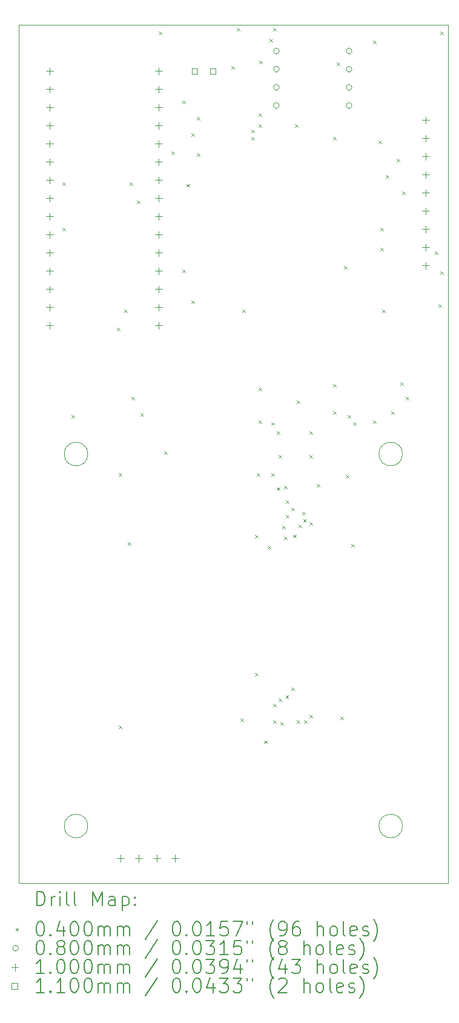
<source format=gbr>
%TF.GenerationSoftware,KiCad,Pcbnew,(6.0.11)*%
%TF.CreationDate,2023-06-04T21:12:27-05:00*%
%TF.ProjectId,Payload-Easy,5061796c-6f61-4642-9d45-6173792e6b69,1*%
%TF.SameCoordinates,Original*%
%TF.FileFunction,Drillmap*%
%TF.FilePolarity,Positive*%
%FSLAX45Y45*%
G04 Gerber Fmt 4.5, Leading zero omitted, Abs format (unit mm)*
G04 Created by KiCad (PCBNEW (6.0.11)) date 2023-06-04 21:12:27*
%MOMM*%
%LPD*%
G01*
G04 APERTURE LIST*
%ADD10C,0.100000*%
%ADD11C,0.200000*%
%ADD12C,0.040000*%
%ADD13C,0.080000*%
%ADD14C,0.110000*%
G04 APERTURE END LIST*
D10*
X16365000Y-10000000D02*
G75*
G03*
X16365000Y-10000000I-165000J0D01*
G01*
X16365000Y-15200000D02*
G75*
G03*
X16365000Y-15200000I-165000J0D01*
G01*
X11000000Y-4000000D02*
X17000000Y-4000000D01*
X17000000Y-4000000D02*
X17000000Y-16000000D01*
X17000000Y-16000000D02*
X11000000Y-16000000D01*
X11000000Y-16000000D02*
X11000000Y-4000000D01*
X11965000Y-15200000D02*
G75*
G03*
X11965000Y-15200000I-165000J0D01*
G01*
X11965000Y-10000000D02*
G75*
G03*
X11965000Y-10000000I-165000J0D01*
G01*
D11*
D12*
X11613200Y-6203000D02*
X11653200Y-6243000D01*
X11653200Y-6203000D02*
X11613200Y-6243000D01*
X11613200Y-6838000D02*
X11653200Y-6878000D01*
X11653200Y-6838000D02*
X11613200Y-6878000D01*
X11740200Y-9454200D02*
X11780200Y-9494200D01*
X11780200Y-9454200D02*
X11740200Y-9494200D01*
X12375200Y-8235000D02*
X12415200Y-8275000D01*
X12415200Y-8235000D02*
X12375200Y-8275000D01*
X12400600Y-10267000D02*
X12440600Y-10307000D01*
X12440600Y-10267000D02*
X12400600Y-10307000D01*
X12400600Y-13797600D02*
X12440600Y-13837600D01*
X12440600Y-13797600D02*
X12400600Y-13837600D01*
X12476800Y-7981000D02*
X12516800Y-8021000D01*
X12516800Y-7981000D02*
X12476800Y-8021000D01*
X12527600Y-11232200D02*
X12567600Y-11272200D01*
X12567600Y-11232200D02*
X12527600Y-11272200D01*
X12553000Y-6203000D02*
X12593000Y-6243000D01*
X12593000Y-6203000D02*
X12553000Y-6243000D01*
X12578400Y-9200200D02*
X12618400Y-9240200D01*
X12618400Y-9200200D02*
X12578400Y-9240200D01*
X12654600Y-6457000D02*
X12694600Y-6497000D01*
X12694600Y-6457000D02*
X12654600Y-6497000D01*
X12705400Y-9428800D02*
X12745400Y-9468800D01*
X12745400Y-9428800D02*
X12705400Y-9468800D01*
X12959400Y-4094800D02*
X12999400Y-4134800D01*
X12999400Y-4094800D02*
X12959400Y-4134800D01*
X13035600Y-9962200D02*
X13075600Y-10002200D01*
X13075600Y-9962200D02*
X13035600Y-10002200D01*
X13137200Y-5771200D02*
X13177200Y-5811200D01*
X13177200Y-5771200D02*
X13137200Y-5811200D01*
X13289600Y-5060000D02*
X13329600Y-5100000D01*
X13329600Y-5060000D02*
X13289600Y-5100000D01*
X13289600Y-7422200D02*
X13329600Y-7462200D01*
X13329600Y-7422200D02*
X13289600Y-7462200D01*
X13344149Y-6224651D02*
X13384149Y-6264651D01*
X13384149Y-6224651D02*
X13344149Y-6264651D01*
X13416600Y-5517200D02*
X13456600Y-5557200D01*
X13456600Y-5517200D02*
X13416600Y-5557200D01*
X13416600Y-7854000D02*
X13456600Y-7894000D01*
X13456600Y-7854000D02*
X13416600Y-7894000D01*
X13492350Y-5288600D02*
X13532350Y-5328600D01*
X13532350Y-5288600D02*
X13492350Y-5328600D01*
X13492350Y-5796600D02*
X13532350Y-5836600D01*
X13532350Y-5796600D02*
X13492350Y-5836600D01*
X13975400Y-4577400D02*
X14015400Y-4617400D01*
X14015400Y-4577400D02*
X13975400Y-4617400D01*
X14051600Y-4044000D02*
X14091600Y-4084000D01*
X14091600Y-4044000D02*
X14051600Y-4084000D01*
X14102400Y-13696000D02*
X14142400Y-13736000D01*
X14142400Y-13696000D02*
X14102400Y-13736000D01*
X14127800Y-7981000D02*
X14167800Y-8021000D01*
X14167800Y-7981000D02*
X14127800Y-8021000D01*
X14254350Y-5466400D02*
X14294350Y-5506400D01*
X14294350Y-5466400D02*
X14254350Y-5506400D01*
X14254350Y-5568000D02*
X14294350Y-5608000D01*
X14294350Y-5568000D02*
X14254350Y-5608000D01*
X14305600Y-11130600D02*
X14345600Y-11170600D01*
X14345600Y-11130600D02*
X14305600Y-11170600D01*
X14305600Y-13061000D02*
X14345600Y-13101000D01*
X14345600Y-13061000D02*
X14305600Y-13101000D01*
X14331000Y-10267000D02*
X14371000Y-10307000D01*
X14371000Y-10267000D02*
X14331000Y-10307000D01*
X14355950Y-5237800D02*
X14395950Y-5277800D01*
X14395950Y-5237800D02*
X14355950Y-5277800D01*
X14356400Y-5390200D02*
X14396400Y-5430200D01*
X14396400Y-5390200D02*
X14356400Y-5430200D01*
X14356400Y-9073200D02*
X14396400Y-9113200D01*
X14396400Y-9073200D02*
X14356400Y-9113200D01*
X14356400Y-9530400D02*
X14396400Y-9570400D01*
X14396400Y-9530400D02*
X14356400Y-9570400D01*
X14359700Y-4501200D02*
X14399700Y-4541200D01*
X14399700Y-4501200D02*
X14359700Y-4541200D01*
X14431032Y-14006512D02*
X14471032Y-14046512D01*
X14471032Y-14006512D02*
X14431032Y-14046512D01*
X14483400Y-11283000D02*
X14523400Y-11323000D01*
X14523400Y-11283000D02*
X14483400Y-11323000D01*
X14508350Y-4196400D02*
X14548350Y-4236400D01*
X14548350Y-4196400D02*
X14508350Y-4236400D01*
X14534200Y-9555800D02*
X14574200Y-9595800D01*
X14574200Y-9555800D02*
X14534200Y-9595800D01*
X14534200Y-10267000D02*
X14574200Y-10307000D01*
X14574200Y-10267000D02*
X14534200Y-10307000D01*
X14559600Y-4044000D02*
X14599600Y-4084000D01*
X14599600Y-4044000D02*
X14559600Y-4084000D01*
X14559600Y-13492800D02*
X14599600Y-13532800D01*
X14599600Y-13492800D02*
X14559600Y-13532800D01*
X14559600Y-13721400D02*
X14599600Y-13761400D01*
X14599600Y-13721400D02*
X14559600Y-13761400D01*
X14610400Y-9682800D02*
X14650400Y-9722800D01*
X14650400Y-9682800D02*
X14610400Y-9722800D01*
X14610400Y-10466498D02*
X14650400Y-10506498D01*
X14650400Y-10466498D02*
X14610400Y-10506498D01*
X14635800Y-10013000D02*
X14675800Y-10053000D01*
X14675800Y-10013000D02*
X14635800Y-10053000D01*
X14635800Y-13416600D02*
X14675800Y-13456600D01*
X14675800Y-13416600D02*
X14635800Y-13456600D01*
X14661200Y-13746800D02*
X14701200Y-13786800D01*
X14701200Y-13746800D02*
X14661200Y-13786800D01*
X14686600Y-11003600D02*
X14726600Y-11043600D01*
X14726600Y-11003600D02*
X14686600Y-11043600D01*
X14712000Y-10444800D02*
X14752000Y-10484800D01*
X14752000Y-10444800D02*
X14712000Y-10484800D01*
X14712000Y-11156000D02*
X14752000Y-11196000D01*
X14752000Y-11156000D02*
X14712000Y-11196000D01*
X14730399Y-13377199D02*
X14770399Y-13417199D01*
X14770399Y-13377199D02*
X14730399Y-13417199D01*
X14737400Y-10648000D02*
X14777400Y-10688000D01*
X14777400Y-10648000D02*
X14737400Y-10688000D01*
X14737400Y-10851200D02*
X14777400Y-10891200D01*
X14777400Y-10851200D02*
X14737400Y-10891200D01*
X14813600Y-10749600D02*
X14853600Y-10789600D01*
X14853600Y-10749600D02*
X14813600Y-10789600D01*
X14813600Y-13264200D02*
X14853600Y-13304200D01*
X14853600Y-13264200D02*
X14813600Y-13304200D01*
X14839000Y-11126850D02*
X14879000Y-11166850D01*
X14879000Y-11126850D02*
X14839000Y-11166850D01*
X14864400Y-5390200D02*
X14904400Y-5430200D01*
X14904400Y-5390200D02*
X14864400Y-5430200D01*
X14889800Y-9251000D02*
X14929800Y-9291000D01*
X14929800Y-9251000D02*
X14889800Y-9291000D01*
X14889800Y-13721400D02*
X14929800Y-13761400D01*
X14929800Y-13721400D02*
X14889800Y-13761400D01*
X14912986Y-10989322D02*
X14952986Y-11029322D01*
X14952986Y-10989322D02*
X14912986Y-11029322D01*
X14964511Y-10811270D02*
X15004511Y-10851270D01*
X15004511Y-10811270D02*
X14964511Y-10851270D01*
X14974700Y-10910700D02*
X15014700Y-10950700D01*
X15014700Y-10910700D02*
X14974700Y-10950700D01*
X14991400Y-13721400D02*
X15031400Y-13761400D01*
X15031400Y-13721400D02*
X14991400Y-13761400D01*
X15064462Y-13646499D02*
X15104462Y-13686499D01*
X15104462Y-13646499D02*
X15064462Y-13686499D01*
X15067600Y-9682800D02*
X15107600Y-9722800D01*
X15107600Y-9682800D02*
X15067600Y-9722800D01*
X15067600Y-10013000D02*
X15107600Y-10053000D01*
X15107600Y-10013000D02*
X15067600Y-10053000D01*
X15067600Y-10952800D02*
X15107600Y-10992800D01*
X15107600Y-10952800D02*
X15067600Y-10992800D01*
X15169200Y-10419400D02*
X15209200Y-10459400D01*
X15209200Y-10419400D02*
X15169200Y-10459400D01*
X15397350Y-5568000D02*
X15437350Y-5608000D01*
X15437350Y-5568000D02*
X15397350Y-5608000D01*
X15397800Y-9022400D02*
X15437800Y-9062400D01*
X15437800Y-9022400D02*
X15397800Y-9062400D01*
X15397800Y-9403400D02*
X15437800Y-9443400D01*
X15437800Y-9403400D02*
X15397800Y-9443400D01*
X15448150Y-4526600D02*
X15488150Y-4566600D01*
X15488150Y-4526600D02*
X15448150Y-4566600D01*
X15499400Y-13670600D02*
X15539400Y-13710600D01*
X15539400Y-13670600D02*
X15499400Y-13710600D01*
X15550200Y-7371400D02*
X15590200Y-7411400D01*
X15590200Y-7371400D02*
X15550200Y-7411400D01*
X15575600Y-10292400D02*
X15615600Y-10332400D01*
X15615600Y-10292400D02*
X15575600Y-10332400D01*
X15601000Y-9454200D02*
X15641000Y-9494200D01*
X15641000Y-9454200D02*
X15601000Y-9494200D01*
X15651800Y-11257600D02*
X15691800Y-11297600D01*
X15691800Y-11257600D02*
X15651800Y-11297600D01*
X15677200Y-9555800D02*
X15717200Y-9595800D01*
X15717200Y-9555800D02*
X15677200Y-9595800D01*
X15956150Y-4221800D02*
X15996150Y-4261800D01*
X15996150Y-4221800D02*
X15956150Y-4261800D01*
X15956600Y-9530400D02*
X15996600Y-9570400D01*
X15996600Y-9530400D02*
X15956600Y-9570400D01*
X16032800Y-5618800D02*
X16072800Y-5658800D01*
X16072800Y-5618800D02*
X16032800Y-5658800D01*
X16058200Y-6838000D02*
X16098200Y-6878000D01*
X16098200Y-6838000D02*
X16058200Y-6878000D01*
X16058200Y-7117400D02*
X16098200Y-7157400D01*
X16098200Y-7117400D02*
X16058200Y-7157400D01*
X16083600Y-7981000D02*
X16123600Y-8021000D01*
X16123600Y-7981000D02*
X16083600Y-8021000D01*
X16134400Y-6101400D02*
X16174400Y-6141400D01*
X16174400Y-6101400D02*
X16134400Y-6141400D01*
X16210600Y-9403400D02*
X16250600Y-9443400D01*
X16250600Y-9403400D02*
X16210600Y-9443400D01*
X16286800Y-5872800D02*
X16326800Y-5912800D01*
X16326800Y-5872800D02*
X16286800Y-5912800D01*
X16337600Y-8997000D02*
X16377600Y-9037000D01*
X16377600Y-8997000D02*
X16337600Y-9037000D01*
X16363000Y-6330000D02*
X16403000Y-6370000D01*
X16403000Y-6330000D02*
X16363000Y-6370000D01*
X16413800Y-9200200D02*
X16453800Y-9240200D01*
X16453800Y-9200200D02*
X16413800Y-9240200D01*
X16820200Y-7168200D02*
X16860200Y-7208200D01*
X16860200Y-7168200D02*
X16820200Y-7208200D01*
X16871000Y-7904800D02*
X16911000Y-7944800D01*
X16911000Y-7904800D02*
X16871000Y-7944800D01*
X16896400Y-4094800D02*
X16936400Y-4134800D01*
X16936400Y-4094800D02*
X16896400Y-4134800D01*
X16896400Y-7447600D02*
X16936400Y-7487600D01*
X16936400Y-7447600D02*
X16896400Y-7487600D01*
D13*
X14642550Y-4367800D02*
G75*
G03*
X14642550Y-4367800I-40000J0D01*
G01*
X14642550Y-4621800D02*
G75*
G03*
X14642550Y-4621800I-40000J0D01*
G01*
X14642550Y-4875800D02*
G75*
G03*
X14642550Y-4875800I-40000J0D01*
G01*
X14642550Y-5129800D02*
G75*
G03*
X14642550Y-5129800I-40000J0D01*
G01*
X15658550Y-4367800D02*
G75*
G03*
X15658550Y-4367800I-40000J0D01*
G01*
X15658550Y-4621800D02*
G75*
G03*
X15658550Y-4621800I-40000J0D01*
G01*
X15658550Y-4875800D02*
G75*
G03*
X15658550Y-4875800I-40000J0D01*
G01*
X15658550Y-5129800D02*
G75*
G03*
X15658550Y-5129800I-40000J0D01*
G01*
D10*
X11430000Y-4598200D02*
X11430000Y-4698200D01*
X11380000Y-4648200D02*
X11480000Y-4648200D01*
X11430000Y-4852200D02*
X11430000Y-4952200D01*
X11380000Y-4902200D02*
X11480000Y-4902200D01*
X11430000Y-5106200D02*
X11430000Y-5206200D01*
X11380000Y-5156200D02*
X11480000Y-5156200D01*
X11430000Y-5360200D02*
X11430000Y-5460200D01*
X11380000Y-5410200D02*
X11480000Y-5410200D01*
X11430000Y-5614200D02*
X11430000Y-5714200D01*
X11380000Y-5664200D02*
X11480000Y-5664200D01*
X11430000Y-5868200D02*
X11430000Y-5968200D01*
X11380000Y-5918200D02*
X11480000Y-5918200D01*
X11430000Y-6122200D02*
X11430000Y-6222200D01*
X11380000Y-6172200D02*
X11480000Y-6172200D01*
X11430000Y-6376200D02*
X11430000Y-6476200D01*
X11380000Y-6426200D02*
X11480000Y-6426200D01*
X11430000Y-6630200D02*
X11430000Y-6730200D01*
X11380000Y-6680200D02*
X11480000Y-6680200D01*
X11430000Y-6884200D02*
X11430000Y-6984200D01*
X11380000Y-6934200D02*
X11480000Y-6934200D01*
X11430000Y-7138200D02*
X11430000Y-7238200D01*
X11380000Y-7188200D02*
X11480000Y-7188200D01*
X11430000Y-7392200D02*
X11430000Y-7492200D01*
X11380000Y-7442200D02*
X11480000Y-7442200D01*
X11430000Y-7646200D02*
X11430000Y-7746200D01*
X11380000Y-7696200D02*
X11480000Y-7696200D01*
X11430000Y-7900200D02*
X11430000Y-8000200D01*
X11380000Y-7950200D02*
X11480000Y-7950200D01*
X11430000Y-8154200D02*
X11430000Y-8254200D01*
X11380000Y-8204200D02*
X11480000Y-8204200D01*
X12424600Y-15604600D02*
X12424600Y-15704600D01*
X12374600Y-15654600D02*
X12474600Y-15654600D01*
X12678600Y-15604600D02*
X12678600Y-15704600D01*
X12628600Y-15654600D02*
X12728600Y-15654600D01*
X12932600Y-15604600D02*
X12932600Y-15704600D01*
X12882600Y-15654600D02*
X12982600Y-15654600D01*
X12954000Y-4598200D02*
X12954000Y-4698200D01*
X12904000Y-4648200D02*
X13004000Y-4648200D01*
X12954000Y-4852200D02*
X12954000Y-4952200D01*
X12904000Y-4902200D02*
X13004000Y-4902200D01*
X12954000Y-5106200D02*
X12954000Y-5206200D01*
X12904000Y-5156200D02*
X13004000Y-5156200D01*
X12954000Y-5360200D02*
X12954000Y-5460200D01*
X12904000Y-5410200D02*
X13004000Y-5410200D01*
X12954000Y-5614200D02*
X12954000Y-5714200D01*
X12904000Y-5664200D02*
X13004000Y-5664200D01*
X12954000Y-5868200D02*
X12954000Y-5968200D01*
X12904000Y-5918200D02*
X13004000Y-5918200D01*
X12954000Y-6122200D02*
X12954000Y-6222200D01*
X12904000Y-6172200D02*
X13004000Y-6172200D01*
X12954000Y-6376200D02*
X12954000Y-6476200D01*
X12904000Y-6426200D02*
X13004000Y-6426200D01*
X12954000Y-6630200D02*
X12954000Y-6730200D01*
X12904000Y-6680200D02*
X13004000Y-6680200D01*
X12954000Y-6884200D02*
X12954000Y-6984200D01*
X12904000Y-6934200D02*
X13004000Y-6934200D01*
X12954000Y-7138200D02*
X12954000Y-7238200D01*
X12904000Y-7188200D02*
X13004000Y-7188200D01*
X12954000Y-7392200D02*
X12954000Y-7492200D01*
X12904000Y-7442200D02*
X13004000Y-7442200D01*
X12954000Y-7646200D02*
X12954000Y-7746200D01*
X12904000Y-7696200D02*
X13004000Y-7696200D01*
X12954000Y-7900200D02*
X12954000Y-8000200D01*
X12904000Y-7950200D02*
X13004000Y-7950200D01*
X12954000Y-8154200D02*
X12954000Y-8254200D01*
X12904000Y-8204200D02*
X13004000Y-8204200D01*
X13186600Y-15604600D02*
X13186600Y-15704600D01*
X13136600Y-15654600D02*
X13236600Y-15654600D01*
X16687800Y-5284000D02*
X16687800Y-5384000D01*
X16637800Y-5334000D02*
X16737800Y-5334000D01*
X16687800Y-5538000D02*
X16687800Y-5638000D01*
X16637800Y-5588000D02*
X16737800Y-5588000D01*
X16687800Y-5792000D02*
X16687800Y-5892000D01*
X16637800Y-5842000D02*
X16737800Y-5842000D01*
X16687800Y-6046000D02*
X16687800Y-6146000D01*
X16637800Y-6096000D02*
X16737800Y-6096000D01*
X16687800Y-6300000D02*
X16687800Y-6400000D01*
X16637800Y-6350000D02*
X16737800Y-6350000D01*
X16687800Y-6554000D02*
X16687800Y-6654000D01*
X16637800Y-6604000D02*
X16737800Y-6604000D01*
X16687800Y-6808000D02*
X16687800Y-6908000D01*
X16637800Y-6858000D02*
X16737800Y-6858000D01*
X16687800Y-7062000D02*
X16687800Y-7162000D01*
X16637800Y-7112000D02*
X16737800Y-7112000D01*
X16687800Y-7316000D02*
X16687800Y-7416000D01*
X16637800Y-7366000D02*
X16737800Y-7366000D01*
D14*
X13500891Y-4687091D02*
X13500891Y-4609309D01*
X13423109Y-4609309D01*
X13423109Y-4687091D01*
X13500891Y-4687091D01*
X13754891Y-4687091D02*
X13754891Y-4609309D01*
X13677109Y-4609309D01*
X13677109Y-4687091D01*
X13754891Y-4687091D01*
D11*
X11252619Y-16315476D02*
X11252619Y-16115476D01*
X11300238Y-16115476D01*
X11328809Y-16125000D01*
X11347857Y-16144048D01*
X11357381Y-16163095D01*
X11366905Y-16201190D01*
X11366905Y-16229762D01*
X11357381Y-16267857D01*
X11347857Y-16286905D01*
X11328809Y-16305952D01*
X11300238Y-16315476D01*
X11252619Y-16315476D01*
X11452619Y-16315476D02*
X11452619Y-16182143D01*
X11452619Y-16220238D02*
X11462143Y-16201190D01*
X11471667Y-16191667D01*
X11490714Y-16182143D01*
X11509762Y-16182143D01*
X11576428Y-16315476D02*
X11576428Y-16182143D01*
X11576428Y-16115476D02*
X11566905Y-16125000D01*
X11576428Y-16134524D01*
X11585952Y-16125000D01*
X11576428Y-16115476D01*
X11576428Y-16134524D01*
X11700238Y-16315476D02*
X11681190Y-16305952D01*
X11671667Y-16286905D01*
X11671667Y-16115476D01*
X11805000Y-16315476D02*
X11785952Y-16305952D01*
X11776428Y-16286905D01*
X11776428Y-16115476D01*
X12033571Y-16315476D02*
X12033571Y-16115476D01*
X12100238Y-16258333D01*
X12166905Y-16115476D01*
X12166905Y-16315476D01*
X12347857Y-16315476D02*
X12347857Y-16210714D01*
X12338333Y-16191667D01*
X12319286Y-16182143D01*
X12281190Y-16182143D01*
X12262143Y-16191667D01*
X12347857Y-16305952D02*
X12328809Y-16315476D01*
X12281190Y-16315476D01*
X12262143Y-16305952D01*
X12252619Y-16286905D01*
X12252619Y-16267857D01*
X12262143Y-16248809D01*
X12281190Y-16239286D01*
X12328809Y-16239286D01*
X12347857Y-16229762D01*
X12443095Y-16182143D02*
X12443095Y-16382143D01*
X12443095Y-16191667D02*
X12462143Y-16182143D01*
X12500238Y-16182143D01*
X12519286Y-16191667D01*
X12528809Y-16201190D01*
X12538333Y-16220238D01*
X12538333Y-16277381D01*
X12528809Y-16296428D01*
X12519286Y-16305952D01*
X12500238Y-16315476D01*
X12462143Y-16315476D01*
X12443095Y-16305952D01*
X12624048Y-16296428D02*
X12633571Y-16305952D01*
X12624048Y-16315476D01*
X12614524Y-16305952D01*
X12624048Y-16296428D01*
X12624048Y-16315476D01*
X12624048Y-16191667D02*
X12633571Y-16201190D01*
X12624048Y-16210714D01*
X12614524Y-16201190D01*
X12624048Y-16191667D01*
X12624048Y-16210714D01*
D12*
X10955000Y-16625000D02*
X10995000Y-16665000D01*
X10995000Y-16625000D02*
X10955000Y-16665000D01*
D11*
X11290714Y-16535476D02*
X11309762Y-16535476D01*
X11328809Y-16545000D01*
X11338333Y-16554524D01*
X11347857Y-16573571D01*
X11357381Y-16611667D01*
X11357381Y-16659286D01*
X11347857Y-16697381D01*
X11338333Y-16716428D01*
X11328809Y-16725952D01*
X11309762Y-16735476D01*
X11290714Y-16735476D01*
X11271667Y-16725952D01*
X11262143Y-16716428D01*
X11252619Y-16697381D01*
X11243095Y-16659286D01*
X11243095Y-16611667D01*
X11252619Y-16573571D01*
X11262143Y-16554524D01*
X11271667Y-16545000D01*
X11290714Y-16535476D01*
X11443095Y-16716428D02*
X11452619Y-16725952D01*
X11443095Y-16735476D01*
X11433571Y-16725952D01*
X11443095Y-16716428D01*
X11443095Y-16735476D01*
X11624048Y-16602143D02*
X11624048Y-16735476D01*
X11576428Y-16525952D02*
X11528809Y-16668809D01*
X11652619Y-16668809D01*
X11766905Y-16535476D02*
X11785952Y-16535476D01*
X11805000Y-16545000D01*
X11814524Y-16554524D01*
X11824048Y-16573571D01*
X11833571Y-16611667D01*
X11833571Y-16659286D01*
X11824048Y-16697381D01*
X11814524Y-16716428D01*
X11805000Y-16725952D01*
X11785952Y-16735476D01*
X11766905Y-16735476D01*
X11747857Y-16725952D01*
X11738333Y-16716428D01*
X11728809Y-16697381D01*
X11719286Y-16659286D01*
X11719286Y-16611667D01*
X11728809Y-16573571D01*
X11738333Y-16554524D01*
X11747857Y-16545000D01*
X11766905Y-16535476D01*
X11957381Y-16535476D02*
X11976428Y-16535476D01*
X11995476Y-16545000D01*
X12005000Y-16554524D01*
X12014524Y-16573571D01*
X12024048Y-16611667D01*
X12024048Y-16659286D01*
X12014524Y-16697381D01*
X12005000Y-16716428D01*
X11995476Y-16725952D01*
X11976428Y-16735476D01*
X11957381Y-16735476D01*
X11938333Y-16725952D01*
X11928809Y-16716428D01*
X11919286Y-16697381D01*
X11909762Y-16659286D01*
X11909762Y-16611667D01*
X11919286Y-16573571D01*
X11928809Y-16554524D01*
X11938333Y-16545000D01*
X11957381Y-16535476D01*
X12109762Y-16735476D02*
X12109762Y-16602143D01*
X12109762Y-16621190D02*
X12119286Y-16611667D01*
X12138333Y-16602143D01*
X12166905Y-16602143D01*
X12185952Y-16611667D01*
X12195476Y-16630714D01*
X12195476Y-16735476D01*
X12195476Y-16630714D02*
X12205000Y-16611667D01*
X12224048Y-16602143D01*
X12252619Y-16602143D01*
X12271667Y-16611667D01*
X12281190Y-16630714D01*
X12281190Y-16735476D01*
X12376428Y-16735476D02*
X12376428Y-16602143D01*
X12376428Y-16621190D02*
X12385952Y-16611667D01*
X12405000Y-16602143D01*
X12433571Y-16602143D01*
X12452619Y-16611667D01*
X12462143Y-16630714D01*
X12462143Y-16735476D01*
X12462143Y-16630714D02*
X12471667Y-16611667D01*
X12490714Y-16602143D01*
X12519286Y-16602143D01*
X12538333Y-16611667D01*
X12547857Y-16630714D01*
X12547857Y-16735476D01*
X12938333Y-16525952D02*
X12766905Y-16783095D01*
X13195476Y-16535476D02*
X13214524Y-16535476D01*
X13233571Y-16545000D01*
X13243095Y-16554524D01*
X13252619Y-16573571D01*
X13262143Y-16611667D01*
X13262143Y-16659286D01*
X13252619Y-16697381D01*
X13243095Y-16716428D01*
X13233571Y-16725952D01*
X13214524Y-16735476D01*
X13195476Y-16735476D01*
X13176428Y-16725952D01*
X13166905Y-16716428D01*
X13157381Y-16697381D01*
X13147857Y-16659286D01*
X13147857Y-16611667D01*
X13157381Y-16573571D01*
X13166905Y-16554524D01*
X13176428Y-16545000D01*
X13195476Y-16535476D01*
X13347857Y-16716428D02*
X13357381Y-16725952D01*
X13347857Y-16735476D01*
X13338333Y-16725952D01*
X13347857Y-16716428D01*
X13347857Y-16735476D01*
X13481190Y-16535476D02*
X13500238Y-16535476D01*
X13519286Y-16545000D01*
X13528809Y-16554524D01*
X13538333Y-16573571D01*
X13547857Y-16611667D01*
X13547857Y-16659286D01*
X13538333Y-16697381D01*
X13528809Y-16716428D01*
X13519286Y-16725952D01*
X13500238Y-16735476D01*
X13481190Y-16735476D01*
X13462143Y-16725952D01*
X13452619Y-16716428D01*
X13443095Y-16697381D01*
X13433571Y-16659286D01*
X13433571Y-16611667D01*
X13443095Y-16573571D01*
X13452619Y-16554524D01*
X13462143Y-16545000D01*
X13481190Y-16535476D01*
X13738333Y-16735476D02*
X13624048Y-16735476D01*
X13681190Y-16735476D02*
X13681190Y-16535476D01*
X13662143Y-16564048D01*
X13643095Y-16583095D01*
X13624048Y-16592619D01*
X13919286Y-16535476D02*
X13824048Y-16535476D01*
X13814524Y-16630714D01*
X13824048Y-16621190D01*
X13843095Y-16611667D01*
X13890714Y-16611667D01*
X13909762Y-16621190D01*
X13919286Y-16630714D01*
X13928809Y-16649762D01*
X13928809Y-16697381D01*
X13919286Y-16716428D01*
X13909762Y-16725952D01*
X13890714Y-16735476D01*
X13843095Y-16735476D01*
X13824048Y-16725952D01*
X13814524Y-16716428D01*
X13995476Y-16535476D02*
X14128809Y-16535476D01*
X14043095Y-16735476D01*
X14195476Y-16535476D02*
X14195476Y-16573571D01*
X14271667Y-16535476D02*
X14271667Y-16573571D01*
X14566905Y-16811667D02*
X14557381Y-16802143D01*
X14538333Y-16773571D01*
X14528809Y-16754524D01*
X14519286Y-16725952D01*
X14509762Y-16678333D01*
X14509762Y-16640238D01*
X14519286Y-16592619D01*
X14528809Y-16564048D01*
X14538333Y-16545000D01*
X14557381Y-16516428D01*
X14566905Y-16506905D01*
X14652619Y-16735476D02*
X14690714Y-16735476D01*
X14709762Y-16725952D01*
X14719286Y-16716428D01*
X14738333Y-16687857D01*
X14747857Y-16649762D01*
X14747857Y-16573571D01*
X14738333Y-16554524D01*
X14728809Y-16545000D01*
X14709762Y-16535476D01*
X14671667Y-16535476D01*
X14652619Y-16545000D01*
X14643095Y-16554524D01*
X14633571Y-16573571D01*
X14633571Y-16621190D01*
X14643095Y-16640238D01*
X14652619Y-16649762D01*
X14671667Y-16659286D01*
X14709762Y-16659286D01*
X14728809Y-16649762D01*
X14738333Y-16640238D01*
X14747857Y-16621190D01*
X14919286Y-16535476D02*
X14881190Y-16535476D01*
X14862143Y-16545000D01*
X14852619Y-16554524D01*
X14833571Y-16583095D01*
X14824048Y-16621190D01*
X14824048Y-16697381D01*
X14833571Y-16716428D01*
X14843095Y-16725952D01*
X14862143Y-16735476D01*
X14900238Y-16735476D01*
X14919286Y-16725952D01*
X14928809Y-16716428D01*
X14938333Y-16697381D01*
X14938333Y-16649762D01*
X14928809Y-16630714D01*
X14919286Y-16621190D01*
X14900238Y-16611667D01*
X14862143Y-16611667D01*
X14843095Y-16621190D01*
X14833571Y-16630714D01*
X14824048Y-16649762D01*
X15176428Y-16735476D02*
X15176428Y-16535476D01*
X15262143Y-16735476D02*
X15262143Y-16630714D01*
X15252619Y-16611667D01*
X15233571Y-16602143D01*
X15205000Y-16602143D01*
X15185952Y-16611667D01*
X15176428Y-16621190D01*
X15385952Y-16735476D02*
X15366905Y-16725952D01*
X15357381Y-16716428D01*
X15347857Y-16697381D01*
X15347857Y-16640238D01*
X15357381Y-16621190D01*
X15366905Y-16611667D01*
X15385952Y-16602143D01*
X15414524Y-16602143D01*
X15433571Y-16611667D01*
X15443095Y-16621190D01*
X15452619Y-16640238D01*
X15452619Y-16697381D01*
X15443095Y-16716428D01*
X15433571Y-16725952D01*
X15414524Y-16735476D01*
X15385952Y-16735476D01*
X15566905Y-16735476D02*
X15547857Y-16725952D01*
X15538333Y-16706905D01*
X15538333Y-16535476D01*
X15719286Y-16725952D02*
X15700238Y-16735476D01*
X15662143Y-16735476D01*
X15643095Y-16725952D01*
X15633571Y-16706905D01*
X15633571Y-16630714D01*
X15643095Y-16611667D01*
X15662143Y-16602143D01*
X15700238Y-16602143D01*
X15719286Y-16611667D01*
X15728809Y-16630714D01*
X15728809Y-16649762D01*
X15633571Y-16668809D01*
X15805000Y-16725952D02*
X15824048Y-16735476D01*
X15862143Y-16735476D01*
X15881190Y-16725952D01*
X15890714Y-16706905D01*
X15890714Y-16697381D01*
X15881190Y-16678333D01*
X15862143Y-16668809D01*
X15833571Y-16668809D01*
X15814524Y-16659286D01*
X15805000Y-16640238D01*
X15805000Y-16630714D01*
X15814524Y-16611667D01*
X15833571Y-16602143D01*
X15862143Y-16602143D01*
X15881190Y-16611667D01*
X15957381Y-16811667D02*
X15966905Y-16802143D01*
X15985952Y-16773571D01*
X15995476Y-16754524D01*
X16005000Y-16725952D01*
X16014524Y-16678333D01*
X16014524Y-16640238D01*
X16005000Y-16592619D01*
X15995476Y-16564048D01*
X15985952Y-16545000D01*
X15966905Y-16516428D01*
X15957381Y-16506905D01*
D13*
X10995000Y-16909000D02*
G75*
G03*
X10995000Y-16909000I-40000J0D01*
G01*
D11*
X11290714Y-16799476D02*
X11309762Y-16799476D01*
X11328809Y-16809000D01*
X11338333Y-16818524D01*
X11347857Y-16837571D01*
X11357381Y-16875667D01*
X11357381Y-16923286D01*
X11347857Y-16961381D01*
X11338333Y-16980429D01*
X11328809Y-16989952D01*
X11309762Y-16999476D01*
X11290714Y-16999476D01*
X11271667Y-16989952D01*
X11262143Y-16980429D01*
X11252619Y-16961381D01*
X11243095Y-16923286D01*
X11243095Y-16875667D01*
X11252619Y-16837571D01*
X11262143Y-16818524D01*
X11271667Y-16809000D01*
X11290714Y-16799476D01*
X11443095Y-16980429D02*
X11452619Y-16989952D01*
X11443095Y-16999476D01*
X11433571Y-16989952D01*
X11443095Y-16980429D01*
X11443095Y-16999476D01*
X11566905Y-16885190D02*
X11547857Y-16875667D01*
X11538333Y-16866143D01*
X11528809Y-16847095D01*
X11528809Y-16837571D01*
X11538333Y-16818524D01*
X11547857Y-16809000D01*
X11566905Y-16799476D01*
X11605000Y-16799476D01*
X11624048Y-16809000D01*
X11633571Y-16818524D01*
X11643095Y-16837571D01*
X11643095Y-16847095D01*
X11633571Y-16866143D01*
X11624048Y-16875667D01*
X11605000Y-16885190D01*
X11566905Y-16885190D01*
X11547857Y-16894714D01*
X11538333Y-16904238D01*
X11528809Y-16923286D01*
X11528809Y-16961381D01*
X11538333Y-16980429D01*
X11547857Y-16989952D01*
X11566905Y-16999476D01*
X11605000Y-16999476D01*
X11624048Y-16989952D01*
X11633571Y-16980429D01*
X11643095Y-16961381D01*
X11643095Y-16923286D01*
X11633571Y-16904238D01*
X11624048Y-16894714D01*
X11605000Y-16885190D01*
X11766905Y-16799476D02*
X11785952Y-16799476D01*
X11805000Y-16809000D01*
X11814524Y-16818524D01*
X11824048Y-16837571D01*
X11833571Y-16875667D01*
X11833571Y-16923286D01*
X11824048Y-16961381D01*
X11814524Y-16980429D01*
X11805000Y-16989952D01*
X11785952Y-16999476D01*
X11766905Y-16999476D01*
X11747857Y-16989952D01*
X11738333Y-16980429D01*
X11728809Y-16961381D01*
X11719286Y-16923286D01*
X11719286Y-16875667D01*
X11728809Y-16837571D01*
X11738333Y-16818524D01*
X11747857Y-16809000D01*
X11766905Y-16799476D01*
X11957381Y-16799476D02*
X11976428Y-16799476D01*
X11995476Y-16809000D01*
X12005000Y-16818524D01*
X12014524Y-16837571D01*
X12024048Y-16875667D01*
X12024048Y-16923286D01*
X12014524Y-16961381D01*
X12005000Y-16980429D01*
X11995476Y-16989952D01*
X11976428Y-16999476D01*
X11957381Y-16999476D01*
X11938333Y-16989952D01*
X11928809Y-16980429D01*
X11919286Y-16961381D01*
X11909762Y-16923286D01*
X11909762Y-16875667D01*
X11919286Y-16837571D01*
X11928809Y-16818524D01*
X11938333Y-16809000D01*
X11957381Y-16799476D01*
X12109762Y-16999476D02*
X12109762Y-16866143D01*
X12109762Y-16885190D02*
X12119286Y-16875667D01*
X12138333Y-16866143D01*
X12166905Y-16866143D01*
X12185952Y-16875667D01*
X12195476Y-16894714D01*
X12195476Y-16999476D01*
X12195476Y-16894714D02*
X12205000Y-16875667D01*
X12224048Y-16866143D01*
X12252619Y-16866143D01*
X12271667Y-16875667D01*
X12281190Y-16894714D01*
X12281190Y-16999476D01*
X12376428Y-16999476D02*
X12376428Y-16866143D01*
X12376428Y-16885190D02*
X12385952Y-16875667D01*
X12405000Y-16866143D01*
X12433571Y-16866143D01*
X12452619Y-16875667D01*
X12462143Y-16894714D01*
X12462143Y-16999476D01*
X12462143Y-16894714D02*
X12471667Y-16875667D01*
X12490714Y-16866143D01*
X12519286Y-16866143D01*
X12538333Y-16875667D01*
X12547857Y-16894714D01*
X12547857Y-16999476D01*
X12938333Y-16789952D02*
X12766905Y-17047095D01*
X13195476Y-16799476D02*
X13214524Y-16799476D01*
X13233571Y-16809000D01*
X13243095Y-16818524D01*
X13252619Y-16837571D01*
X13262143Y-16875667D01*
X13262143Y-16923286D01*
X13252619Y-16961381D01*
X13243095Y-16980429D01*
X13233571Y-16989952D01*
X13214524Y-16999476D01*
X13195476Y-16999476D01*
X13176428Y-16989952D01*
X13166905Y-16980429D01*
X13157381Y-16961381D01*
X13147857Y-16923286D01*
X13147857Y-16875667D01*
X13157381Y-16837571D01*
X13166905Y-16818524D01*
X13176428Y-16809000D01*
X13195476Y-16799476D01*
X13347857Y-16980429D02*
X13357381Y-16989952D01*
X13347857Y-16999476D01*
X13338333Y-16989952D01*
X13347857Y-16980429D01*
X13347857Y-16999476D01*
X13481190Y-16799476D02*
X13500238Y-16799476D01*
X13519286Y-16809000D01*
X13528809Y-16818524D01*
X13538333Y-16837571D01*
X13547857Y-16875667D01*
X13547857Y-16923286D01*
X13538333Y-16961381D01*
X13528809Y-16980429D01*
X13519286Y-16989952D01*
X13500238Y-16999476D01*
X13481190Y-16999476D01*
X13462143Y-16989952D01*
X13452619Y-16980429D01*
X13443095Y-16961381D01*
X13433571Y-16923286D01*
X13433571Y-16875667D01*
X13443095Y-16837571D01*
X13452619Y-16818524D01*
X13462143Y-16809000D01*
X13481190Y-16799476D01*
X13614524Y-16799476D02*
X13738333Y-16799476D01*
X13671667Y-16875667D01*
X13700238Y-16875667D01*
X13719286Y-16885190D01*
X13728809Y-16894714D01*
X13738333Y-16913762D01*
X13738333Y-16961381D01*
X13728809Y-16980429D01*
X13719286Y-16989952D01*
X13700238Y-16999476D01*
X13643095Y-16999476D01*
X13624048Y-16989952D01*
X13614524Y-16980429D01*
X13928809Y-16999476D02*
X13814524Y-16999476D01*
X13871667Y-16999476D02*
X13871667Y-16799476D01*
X13852619Y-16828048D01*
X13833571Y-16847095D01*
X13814524Y-16856619D01*
X14109762Y-16799476D02*
X14014524Y-16799476D01*
X14005000Y-16894714D01*
X14014524Y-16885190D01*
X14033571Y-16875667D01*
X14081190Y-16875667D01*
X14100238Y-16885190D01*
X14109762Y-16894714D01*
X14119286Y-16913762D01*
X14119286Y-16961381D01*
X14109762Y-16980429D01*
X14100238Y-16989952D01*
X14081190Y-16999476D01*
X14033571Y-16999476D01*
X14014524Y-16989952D01*
X14005000Y-16980429D01*
X14195476Y-16799476D02*
X14195476Y-16837571D01*
X14271667Y-16799476D02*
X14271667Y-16837571D01*
X14566905Y-17075667D02*
X14557381Y-17066143D01*
X14538333Y-17037571D01*
X14528809Y-17018524D01*
X14519286Y-16989952D01*
X14509762Y-16942333D01*
X14509762Y-16904238D01*
X14519286Y-16856619D01*
X14528809Y-16828048D01*
X14538333Y-16809000D01*
X14557381Y-16780429D01*
X14566905Y-16770905D01*
X14671667Y-16885190D02*
X14652619Y-16875667D01*
X14643095Y-16866143D01*
X14633571Y-16847095D01*
X14633571Y-16837571D01*
X14643095Y-16818524D01*
X14652619Y-16809000D01*
X14671667Y-16799476D01*
X14709762Y-16799476D01*
X14728809Y-16809000D01*
X14738333Y-16818524D01*
X14747857Y-16837571D01*
X14747857Y-16847095D01*
X14738333Y-16866143D01*
X14728809Y-16875667D01*
X14709762Y-16885190D01*
X14671667Y-16885190D01*
X14652619Y-16894714D01*
X14643095Y-16904238D01*
X14633571Y-16923286D01*
X14633571Y-16961381D01*
X14643095Y-16980429D01*
X14652619Y-16989952D01*
X14671667Y-16999476D01*
X14709762Y-16999476D01*
X14728809Y-16989952D01*
X14738333Y-16980429D01*
X14747857Y-16961381D01*
X14747857Y-16923286D01*
X14738333Y-16904238D01*
X14728809Y-16894714D01*
X14709762Y-16885190D01*
X14985952Y-16999476D02*
X14985952Y-16799476D01*
X15071667Y-16999476D02*
X15071667Y-16894714D01*
X15062143Y-16875667D01*
X15043095Y-16866143D01*
X15014524Y-16866143D01*
X14995476Y-16875667D01*
X14985952Y-16885190D01*
X15195476Y-16999476D02*
X15176428Y-16989952D01*
X15166905Y-16980429D01*
X15157381Y-16961381D01*
X15157381Y-16904238D01*
X15166905Y-16885190D01*
X15176428Y-16875667D01*
X15195476Y-16866143D01*
X15224048Y-16866143D01*
X15243095Y-16875667D01*
X15252619Y-16885190D01*
X15262143Y-16904238D01*
X15262143Y-16961381D01*
X15252619Y-16980429D01*
X15243095Y-16989952D01*
X15224048Y-16999476D01*
X15195476Y-16999476D01*
X15376428Y-16999476D02*
X15357381Y-16989952D01*
X15347857Y-16970905D01*
X15347857Y-16799476D01*
X15528809Y-16989952D02*
X15509762Y-16999476D01*
X15471667Y-16999476D01*
X15452619Y-16989952D01*
X15443095Y-16970905D01*
X15443095Y-16894714D01*
X15452619Y-16875667D01*
X15471667Y-16866143D01*
X15509762Y-16866143D01*
X15528809Y-16875667D01*
X15538333Y-16894714D01*
X15538333Y-16913762D01*
X15443095Y-16932810D01*
X15614524Y-16989952D02*
X15633571Y-16999476D01*
X15671667Y-16999476D01*
X15690714Y-16989952D01*
X15700238Y-16970905D01*
X15700238Y-16961381D01*
X15690714Y-16942333D01*
X15671667Y-16932810D01*
X15643095Y-16932810D01*
X15624048Y-16923286D01*
X15614524Y-16904238D01*
X15614524Y-16894714D01*
X15624048Y-16875667D01*
X15643095Y-16866143D01*
X15671667Y-16866143D01*
X15690714Y-16875667D01*
X15766905Y-17075667D02*
X15776428Y-17066143D01*
X15795476Y-17037571D01*
X15805000Y-17018524D01*
X15814524Y-16989952D01*
X15824048Y-16942333D01*
X15824048Y-16904238D01*
X15814524Y-16856619D01*
X15805000Y-16828048D01*
X15795476Y-16809000D01*
X15776428Y-16780429D01*
X15766905Y-16770905D01*
D10*
X10945000Y-17123000D02*
X10945000Y-17223000D01*
X10895000Y-17173000D02*
X10995000Y-17173000D01*
D11*
X11357381Y-17263476D02*
X11243095Y-17263476D01*
X11300238Y-17263476D02*
X11300238Y-17063476D01*
X11281190Y-17092048D01*
X11262143Y-17111095D01*
X11243095Y-17120619D01*
X11443095Y-17244429D02*
X11452619Y-17253952D01*
X11443095Y-17263476D01*
X11433571Y-17253952D01*
X11443095Y-17244429D01*
X11443095Y-17263476D01*
X11576428Y-17063476D02*
X11595476Y-17063476D01*
X11614524Y-17073000D01*
X11624048Y-17082524D01*
X11633571Y-17101571D01*
X11643095Y-17139667D01*
X11643095Y-17187286D01*
X11633571Y-17225381D01*
X11624048Y-17244429D01*
X11614524Y-17253952D01*
X11595476Y-17263476D01*
X11576428Y-17263476D01*
X11557381Y-17253952D01*
X11547857Y-17244429D01*
X11538333Y-17225381D01*
X11528809Y-17187286D01*
X11528809Y-17139667D01*
X11538333Y-17101571D01*
X11547857Y-17082524D01*
X11557381Y-17073000D01*
X11576428Y-17063476D01*
X11766905Y-17063476D02*
X11785952Y-17063476D01*
X11805000Y-17073000D01*
X11814524Y-17082524D01*
X11824048Y-17101571D01*
X11833571Y-17139667D01*
X11833571Y-17187286D01*
X11824048Y-17225381D01*
X11814524Y-17244429D01*
X11805000Y-17253952D01*
X11785952Y-17263476D01*
X11766905Y-17263476D01*
X11747857Y-17253952D01*
X11738333Y-17244429D01*
X11728809Y-17225381D01*
X11719286Y-17187286D01*
X11719286Y-17139667D01*
X11728809Y-17101571D01*
X11738333Y-17082524D01*
X11747857Y-17073000D01*
X11766905Y-17063476D01*
X11957381Y-17063476D02*
X11976428Y-17063476D01*
X11995476Y-17073000D01*
X12005000Y-17082524D01*
X12014524Y-17101571D01*
X12024048Y-17139667D01*
X12024048Y-17187286D01*
X12014524Y-17225381D01*
X12005000Y-17244429D01*
X11995476Y-17253952D01*
X11976428Y-17263476D01*
X11957381Y-17263476D01*
X11938333Y-17253952D01*
X11928809Y-17244429D01*
X11919286Y-17225381D01*
X11909762Y-17187286D01*
X11909762Y-17139667D01*
X11919286Y-17101571D01*
X11928809Y-17082524D01*
X11938333Y-17073000D01*
X11957381Y-17063476D01*
X12109762Y-17263476D02*
X12109762Y-17130143D01*
X12109762Y-17149190D02*
X12119286Y-17139667D01*
X12138333Y-17130143D01*
X12166905Y-17130143D01*
X12185952Y-17139667D01*
X12195476Y-17158714D01*
X12195476Y-17263476D01*
X12195476Y-17158714D02*
X12205000Y-17139667D01*
X12224048Y-17130143D01*
X12252619Y-17130143D01*
X12271667Y-17139667D01*
X12281190Y-17158714D01*
X12281190Y-17263476D01*
X12376428Y-17263476D02*
X12376428Y-17130143D01*
X12376428Y-17149190D02*
X12385952Y-17139667D01*
X12405000Y-17130143D01*
X12433571Y-17130143D01*
X12452619Y-17139667D01*
X12462143Y-17158714D01*
X12462143Y-17263476D01*
X12462143Y-17158714D02*
X12471667Y-17139667D01*
X12490714Y-17130143D01*
X12519286Y-17130143D01*
X12538333Y-17139667D01*
X12547857Y-17158714D01*
X12547857Y-17263476D01*
X12938333Y-17053952D02*
X12766905Y-17311095D01*
X13195476Y-17063476D02*
X13214524Y-17063476D01*
X13233571Y-17073000D01*
X13243095Y-17082524D01*
X13252619Y-17101571D01*
X13262143Y-17139667D01*
X13262143Y-17187286D01*
X13252619Y-17225381D01*
X13243095Y-17244429D01*
X13233571Y-17253952D01*
X13214524Y-17263476D01*
X13195476Y-17263476D01*
X13176428Y-17253952D01*
X13166905Y-17244429D01*
X13157381Y-17225381D01*
X13147857Y-17187286D01*
X13147857Y-17139667D01*
X13157381Y-17101571D01*
X13166905Y-17082524D01*
X13176428Y-17073000D01*
X13195476Y-17063476D01*
X13347857Y-17244429D02*
X13357381Y-17253952D01*
X13347857Y-17263476D01*
X13338333Y-17253952D01*
X13347857Y-17244429D01*
X13347857Y-17263476D01*
X13481190Y-17063476D02*
X13500238Y-17063476D01*
X13519286Y-17073000D01*
X13528809Y-17082524D01*
X13538333Y-17101571D01*
X13547857Y-17139667D01*
X13547857Y-17187286D01*
X13538333Y-17225381D01*
X13528809Y-17244429D01*
X13519286Y-17253952D01*
X13500238Y-17263476D01*
X13481190Y-17263476D01*
X13462143Y-17253952D01*
X13452619Y-17244429D01*
X13443095Y-17225381D01*
X13433571Y-17187286D01*
X13433571Y-17139667D01*
X13443095Y-17101571D01*
X13452619Y-17082524D01*
X13462143Y-17073000D01*
X13481190Y-17063476D01*
X13614524Y-17063476D02*
X13738333Y-17063476D01*
X13671667Y-17139667D01*
X13700238Y-17139667D01*
X13719286Y-17149190D01*
X13728809Y-17158714D01*
X13738333Y-17177762D01*
X13738333Y-17225381D01*
X13728809Y-17244429D01*
X13719286Y-17253952D01*
X13700238Y-17263476D01*
X13643095Y-17263476D01*
X13624048Y-17253952D01*
X13614524Y-17244429D01*
X13833571Y-17263476D02*
X13871667Y-17263476D01*
X13890714Y-17253952D01*
X13900238Y-17244429D01*
X13919286Y-17215857D01*
X13928809Y-17177762D01*
X13928809Y-17101571D01*
X13919286Y-17082524D01*
X13909762Y-17073000D01*
X13890714Y-17063476D01*
X13852619Y-17063476D01*
X13833571Y-17073000D01*
X13824048Y-17082524D01*
X13814524Y-17101571D01*
X13814524Y-17149190D01*
X13824048Y-17168238D01*
X13833571Y-17177762D01*
X13852619Y-17187286D01*
X13890714Y-17187286D01*
X13909762Y-17177762D01*
X13919286Y-17168238D01*
X13928809Y-17149190D01*
X14100238Y-17130143D02*
X14100238Y-17263476D01*
X14052619Y-17053952D02*
X14005000Y-17196810D01*
X14128809Y-17196810D01*
X14195476Y-17063476D02*
X14195476Y-17101571D01*
X14271667Y-17063476D02*
X14271667Y-17101571D01*
X14566905Y-17339667D02*
X14557381Y-17330143D01*
X14538333Y-17301571D01*
X14528809Y-17282524D01*
X14519286Y-17253952D01*
X14509762Y-17206333D01*
X14509762Y-17168238D01*
X14519286Y-17120619D01*
X14528809Y-17092048D01*
X14538333Y-17073000D01*
X14557381Y-17044429D01*
X14566905Y-17034905D01*
X14728809Y-17130143D02*
X14728809Y-17263476D01*
X14681190Y-17053952D02*
X14633571Y-17196810D01*
X14757381Y-17196810D01*
X14814524Y-17063476D02*
X14938333Y-17063476D01*
X14871667Y-17139667D01*
X14900238Y-17139667D01*
X14919286Y-17149190D01*
X14928809Y-17158714D01*
X14938333Y-17177762D01*
X14938333Y-17225381D01*
X14928809Y-17244429D01*
X14919286Y-17253952D01*
X14900238Y-17263476D01*
X14843095Y-17263476D01*
X14824048Y-17253952D01*
X14814524Y-17244429D01*
X15176428Y-17263476D02*
X15176428Y-17063476D01*
X15262143Y-17263476D02*
X15262143Y-17158714D01*
X15252619Y-17139667D01*
X15233571Y-17130143D01*
X15205000Y-17130143D01*
X15185952Y-17139667D01*
X15176428Y-17149190D01*
X15385952Y-17263476D02*
X15366905Y-17253952D01*
X15357381Y-17244429D01*
X15347857Y-17225381D01*
X15347857Y-17168238D01*
X15357381Y-17149190D01*
X15366905Y-17139667D01*
X15385952Y-17130143D01*
X15414524Y-17130143D01*
X15433571Y-17139667D01*
X15443095Y-17149190D01*
X15452619Y-17168238D01*
X15452619Y-17225381D01*
X15443095Y-17244429D01*
X15433571Y-17253952D01*
X15414524Y-17263476D01*
X15385952Y-17263476D01*
X15566905Y-17263476D02*
X15547857Y-17253952D01*
X15538333Y-17234905D01*
X15538333Y-17063476D01*
X15719286Y-17253952D02*
X15700238Y-17263476D01*
X15662143Y-17263476D01*
X15643095Y-17253952D01*
X15633571Y-17234905D01*
X15633571Y-17158714D01*
X15643095Y-17139667D01*
X15662143Y-17130143D01*
X15700238Y-17130143D01*
X15719286Y-17139667D01*
X15728809Y-17158714D01*
X15728809Y-17177762D01*
X15633571Y-17196810D01*
X15805000Y-17253952D02*
X15824048Y-17263476D01*
X15862143Y-17263476D01*
X15881190Y-17253952D01*
X15890714Y-17234905D01*
X15890714Y-17225381D01*
X15881190Y-17206333D01*
X15862143Y-17196810D01*
X15833571Y-17196810D01*
X15814524Y-17187286D01*
X15805000Y-17168238D01*
X15805000Y-17158714D01*
X15814524Y-17139667D01*
X15833571Y-17130143D01*
X15862143Y-17130143D01*
X15881190Y-17139667D01*
X15957381Y-17339667D02*
X15966905Y-17330143D01*
X15985952Y-17301571D01*
X15995476Y-17282524D01*
X16005000Y-17253952D01*
X16014524Y-17206333D01*
X16014524Y-17168238D01*
X16005000Y-17120619D01*
X15995476Y-17092048D01*
X15985952Y-17073000D01*
X15966905Y-17044429D01*
X15957381Y-17034905D01*
D14*
X10978891Y-17475891D02*
X10978891Y-17398109D01*
X10901109Y-17398109D01*
X10901109Y-17475891D01*
X10978891Y-17475891D01*
D11*
X11357381Y-17527476D02*
X11243095Y-17527476D01*
X11300238Y-17527476D02*
X11300238Y-17327476D01*
X11281190Y-17356048D01*
X11262143Y-17375095D01*
X11243095Y-17384619D01*
X11443095Y-17508429D02*
X11452619Y-17517952D01*
X11443095Y-17527476D01*
X11433571Y-17517952D01*
X11443095Y-17508429D01*
X11443095Y-17527476D01*
X11643095Y-17527476D02*
X11528809Y-17527476D01*
X11585952Y-17527476D02*
X11585952Y-17327476D01*
X11566905Y-17356048D01*
X11547857Y-17375095D01*
X11528809Y-17384619D01*
X11766905Y-17327476D02*
X11785952Y-17327476D01*
X11805000Y-17337000D01*
X11814524Y-17346524D01*
X11824048Y-17365571D01*
X11833571Y-17403667D01*
X11833571Y-17451286D01*
X11824048Y-17489381D01*
X11814524Y-17508429D01*
X11805000Y-17517952D01*
X11785952Y-17527476D01*
X11766905Y-17527476D01*
X11747857Y-17517952D01*
X11738333Y-17508429D01*
X11728809Y-17489381D01*
X11719286Y-17451286D01*
X11719286Y-17403667D01*
X11728809Y-17365571D01*
X11738333Y-17346524D01*
X11747857Y-17337000D01*
X11766905Y-17327476D01*
X11957381Y-17327476D02*
X11976428Y-17327476D01*
X11995476Y-17337000D01*
X12005000Y-17346524D01*
X12014524Y-17365571D01*
X12024048Y-17403667D01*
X12024048Y-17451286D01*
X12014524Y-17489381D01*
X12005000Y-17508429D01*
X11995476Y-17517952D01*
X11976428Y-17527476D01*
X11957381Y-17527476D01*
X11938333Y-17517952D01*
X11928809Y-17508429D01*
X11919286Y-17489381D01*
X11909762Y-17451286D01*
X11909762Y-17403667D01*
X11919286Y-17365571D01*
X11928809Y-17346524D01*
X11938333Y-17337000D01*
X11957381Y-17327476D01*
X12109762Y-17527476D02*
X12109762Y-17394143D01*
X12109762Y-17413190D02*
X12119286Y-17403667D01*
X12138333Y-17394143D01*
X12166905Y-17394143D01*
X12185952Y-17403667D01*
X12195476Y-17422714D01*
X12195476Y-17527476D01*
X12195476Y-17422714D02*
X12205000Y-17403667D01*
X12224048Y-17394143D01*
X12252619Y-17394143D01*
X12271667Y-17403667D01*
X12281190Y-17422714D01*
X12281190Y-17527476D01*
X12376428Y-17527476D02*
X12376428Y-17394143D01*
X12376428Y-17413190D02*
X12385952Y-17403667D01*
X12405000Y-17394143D01*
X12433571Y-17394143D01*
X12452619Y-17403667D01*
X12462143Y-17422714D01*
X12462143Y-17527476D01*
X12462143Y-17422714D02*
X12471667Y-17403667D01*
X12490714Y-17394143D01*
X12519286Y-17394143D01*
X12538333Y-17403667D01*
X12547857Y-17422714D01*
X12547857Y-17527476D01*
X12938333Y-17317952D02*
X12766905Y-17575095D01*
X13195476Y-17327476D02*
X13214524Y-17327476D01*
X13233571Y-17337000D01*
X13243095Y-17346524D01*
X13252619Y-17365571D01*
X13262143Y-17403667D01*
X13262143Y-17451286D01*
X13252619Y-17489381D01*
X13243095Y-17508429D01*
X13233571Y-17517952D01*
X13214524Y-17527476D01*
X13195476Y-17527476D01*
X13176428Y-17517952D01*
X13166905Y-17508429D01*
X13157381Y-17489381D01*
X13147857Y-17451286D01*
X13147857Y-17403667D01*
X13157381Y-17365571D01*
X13166905Y-17346524D01*
X13176428Y-17337000D01*
X13195476Y-17327476D01*
X13347857Y-17508429D02*
X13357381Y-17517952D01*
X13347857Y-17527476D01*
X13338333Y-17517952D01*
X13347857Y-17508429D01*
X13347857Y-17527476D01*
X13481190Y-17327476D02*
X13500238Y-17327476D01*
X13519286Y-17337000D01*
X13528809Y-17346524D01*
X13538333Y-17365571D01*
X13547857Y-17403667D01*
X13547857Y-17451286D01*
X13538333Y-17489381D01*
X13528809Y-17508429D01*
X13519286Y-17517952D01*
X13500238Y-17527476D01*
X13481190Y-17527476D01*
X13462143Y-17517952D01*
X13452619Y-17508429D01*
X13443095Y-17489381D01*
X13433571Y-17451286D01*
X13433571Y-17403667D01*
X13443095Y-17365571D01*
X13452619Y-17346524D01*
X13462143Y-17337000D01*
X13481190Y-17327476D01*
X13719286Y-17394143D02*
X13719286Y-17527476D01*
X13671667Y-17317952D02*
X13624048Y-17460810D01*
X13747857Y-17460810D01*
X13805000Y-17327476D02*
X13928809Y-17327476D01*
X13862143Y-17403667D01*
X13890714Y-17403667D01*
X13909762Y-17413190D01*
X13919286Y-17422714D01*
X13928809Y-17441762D01*
X13928809Y-17489381D01*
X13919286Y-17508429D01*
X13909762Y-17517952D01*
X13890714Y-17527476D01*
X13833571Y-17527476D01*
X13814524Y-17517952D01*
X13805000Y-17508429D01*
X13995476Y-17327476D02*
X14119286Y-17327476D01*
X14052619Y-17403667D01*
X14081190Y-17403667D01*
X14100238Y-17413190D01*
X14109762Y-17422714D01*
X14119286Y-17441762D01*
X14119286Y-17489381D01*
X14109762Y-17508429D01*
X14100238Y-17517952D01*
X14081190Y-17527476D01*
X14024048Y-17527476D01*
X14005000Y-17517952D01*
X13995476Y-17508429D01*
X14195476Y-17327476D02*
X14195476Y-17365571D01*
X14271667Y-17327476D02*
X14271667Y-17365571D01*
X14566905Y-17603667D02*
X14557381Y-17594143D01*
X14538333Y-17565571D01*
X14528809Y-17546524D01*
X14519286Y-17517952D01*
X14509762Y-17470333D01*
X14509762Y-17432238D01*
X14519286Y-17384619D01*
X14528809Y-17356048D01*
X14538333Y-17337000D01*
X14557381Y-17308429D01*
X14566905Y-17298905D01*
X14633571Y-17346524D02*
X14643095Y-17337000D01*
X14662143Y-17327476D01*
X14709762Y-17327476D01*
X14728809Y-17337000D01*
X14738333Y-17346524D01*
X14747857Y-17365571D01*
X14747857Y-17384619D01*
X14738333Y-17413190D01*
X14624048Y-17527476D01*
X14747857Y-17527476D01*
X14985952Y-17527476D02*
X14985952Y-17327476D01*
X15071667Y-17527476D02*
X15071667Y-17422714D01*
X15062143Y-17403667D01*
X15043095Y-17394143D01*
X15014524Y-17394143D01*
X14995476Y-17403667D01*
X14985952Y-17413190D01*
X15195476Y-17527476D02*
X15176428Y-17517952D01*
X15166905Y-17508429D01*
X15157381Y-17489381D01*
X15157381Y-17432238D01*
X15166905Y-17413190D01*
X15176428Y-17403667D01*
X15195476Y-17394143D01*
X15224048Y-17394143D01*
X15243095Y-17403667D01*
X15252619Y-17413190D01*
X15262143Y-17432238D01*
X15262143Y-17489381D01*
X15252619Y-17508429D01*
X15243095Y-17517952D01*
X15224048Y-17527476D01*
X15195476Y-17527476D01*
X15376428Y-17527476D02*
X15357381Y-17517952D01*
X15347857Y-17498905D01*
X15347857Y-17327476D01*
X15528809Y-17517952D02*
X15509762Y-17527476D01*
X15471667Y-17527476D01*
X15452619Y-17517952D01*
X15443095Y-17498905D01*
X15443095Y-17422714D01*
X15452619Y-17403667D01*
X15471667Y-17394143D01*
X15509762Y-17394143D01*
X15528809Y-17403667D01*
X15538333Y-17422714D01*
X15538333Y-17441762D01*
X15443095Y-17460810D01*
X15614524Y-17517952D02*
X15633571Y-17527476D01*
X15671667Y-17527476D01*
X15690714Y-17517952D01*
X15700238Y-17498905D01*
X15700238Y-17489381D01*
X15690714Y-17470333D01*
X15671667Y-17460810D01*
X15643095Y-17460810D01*
X15624048Y-17451286D01*
X15614524Y-17432238D01*
X15614524Y-17422714D01*
X15624048Y-17403667D01*
X15643095Y-17394143D01*
X15671667Y-17394143D01*
X15690714Y-17403667D01*
X15766905Y-17603667D02*
X15776428Y-17594143D01*
X15795476Y-17565571D01*
X15805000Y-17546524D01*
X15814524Y-17517952D01*
X15824048Y-17470333D01*
X15824048Y-17432238D01*
X15814524Y-17384619D01*
X15805000Y-17356048D01*
X15795476Y-17337000D01*
X15776428Y-17308429D01*
X15766905Y-17298905D01*
M02*

</source>
